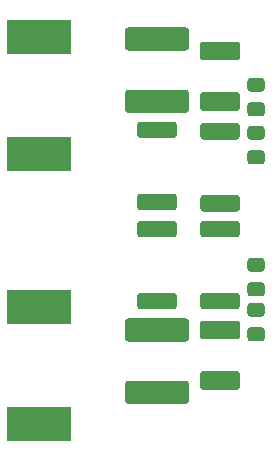
<source format=gbr>
%TF.GenerationSoftware,KiCad,Pcbnew,(5.1.9)-1*%
%TF.CreationDate,2021-11-06T22:46:36-05:00*%
%TF.ProjectId,Discrete_Channel,44697363-7265-4746-955f-4368616e6e65,rev?*%
%TF.SameCoordinates,Original*%
%TF.FileFunction,Paste,Bot*%
%TF.FilePolarity,Positive*%
%FSLAX46Y46*%
G04 Gerber Fmt 4.6, Leading zero omitted, Abs format (unit mm)*
G04 Created by KiCad (PCBNEW (5.1.9)-1) date 2021-11-06 22:46:36*
%MOMM*%
%LPD*%
G01*
G04 APERTURE LIST*
%ADD10R,5.400000X2.900000*%
G04 APERTURE END LIST*
%TO.C,C32*%
G36*
G01*
X183675000Y-85497000D02*
X184625000Y-85497000D01*
G75*
G02*
X184875000Y-85747000I0J-250000D01*
G01*
X184875000Y-86422000D01*
G75*
G02*
X184625000Y-86672000I-250000J0D01*
G01*
X183675000Y-86672000D01*
G75*
G02*
X183425000Y-86422000I0J250000D01*
G01*
X183425000Y-85747000D01*
G75*
G02*
X183675000Y-85497000I250000J0D01*
G01*
G37*
G36*
G01*
X183675000Y-87572000D02*
X184625000Y-87572000D01*
G75*
G02*
X184875000Y-87822000I0J-250000D01*
G01*
X184875000Y-88497000D01*
G75*
G02*
X184625000Y-88747000I-250000J0D01*
G01*
X183675000Y-88747000D01*
G75*
G02*
X183425000Y-88497000I0J250000D01*
G01*
X183425000Y-87822000D01*
G75*
G02*
X183675000Y-87572000I250000J0D01*
G01*
G37*
%TD*%
%TO.C,C33*%
G36*
G01*
X183675000Y-89561000D02*
X184625000Y-89561000D01*
G75*
G02*
X184875000Y-89811000I0J-250000D01*
G01*
X184875000Y-90486000D01*
G75*
G02*
X184625000Y-90736000I-250000J0D01*
G01*
X183675000Y-90736000D01*
G75*
G02*
X183425000Y-90486000I0J250000D01*
G01*
X183425000Y-89811000D01*
G75*
G02*
X183675000Y-89561000I250000J0D01*
G01*
G37*
G36*
G01*
X183675000Y-91636000D02*
X184625000Y-91636000D01*
G75*
G02*
X184875000Y-91886000I0J-250000D01*
G01*
X184875000Y-92561000D01*
G75*
G02*
X184625000Y-92811000I-250000J0D01*
G01*
X183675000Y-92811000D01*
G75*
G02*
X183425000Y-92561000I0J250000D01*
G01*
X183425000Y-91886000D01*
G75*
G02*
X183675000Y-91636000I250000J0D01*
G01*
G37*
%TD*%
%TO.C,C34*%
G36*
G01*
X183675000Y-102812000D02*
X184625000Y-102812000D01*
G75*
G02*
X184875000Y-103062000I0J-250000D01*
G01*
X184875000Y-103737000D01*
G75*
G02*
X184625000Y-103987000I-250000J0D01*
G01*
X183675000Y-103987000D01*
G75*
G02*
X183425000Y-103737000I0J250000D01*
G01*
X183425000Y-103062000D01*
G75*
G02*
X183675000Y-102812000I250000J0D01*
G01*
G37*
G36*
G01*
X183675000Y-100737000D02*
X184625000Y-100737000D01*
G75*
G02*
X184875000Y-100987000I0J-250000D01*
G01*
X184875000Y-101662000D01*
G75*
G02*
X184625000Y-101912000I-250000J0D01*
G01*
X183675000Y-101912000D01*
G75*
G02*
X183425000Y-101662000I0J250000D01*
G01*
X183425000Y-100987000D01*
G75*
G02*
X183675000Y-100737000I250000J0D01*
G01*
G37*
%TD*%
%TO.C,C35*%
G36*
G01*
X183675000Y-104547000D02*
X184625000Y-104547000D01*
G75*
G02*
X184875000Y-104797000I0J-250000D01*
G01*
X184875000Y-105472000D01*
G75*
G02*
X184625000Y-105722000I-250000J0D01*
G01*
X183675000Y-105722000D01*
G75*
G02*
X183425000Y-105472000I0J250000D01*
G01*
X183425000Y-104797000D01*
G75*
G02*
X183675000Y-104547000I250000J0D01*
G01*
G37*
G36*
G01*
X183675000Y-106622000D02*
X184625000Y-106622000D01*
G75*
G02*
X184875000Y-106872000I0J-250000D01*
G01*
X184875000Y-107547000D01*
G75*
G02*
X184625000Y-107797000I-250000J0D01*
G01*
X183675000Y-107797000D01*
G75*
G02*
X183425000Y-107547000I0J250000D01*
G01*
X183425000Y-106872000D01*
G75*
G02*
X183675000Y-106622000I250000J0D01*
G01*
G37*
%TD*%
%TO.C,C38*%
G36*
G01*
X179651999Y-82419000D02*
X182552001Y-82419000D01*
G75*
G02*
X182802000Y-82668999I0J-249999D01*
G01*
X182802000Y-83744001D01*
G75*
G02*
X182552001Y-83994000I-249999J0D01*
G01*
X179651999Y-83994000D01*
G75*
G02*
X179402000Y-83744001I0J249999D01*
G01*
X179402000Y-82668999D01*
G75*
G02*
X179651999Y-82419000I249999J0D01*
G01*
G37*
G36*
G01*
X179651999Y-86694000D02*
X182552001Y-86694000D01*
G75*
G02*
X182802000Y-86943999I0J-249999D01*
G01*
X182802000Y-88019001D01*
G75*
G02*
X182552001Y-88269000I-249999J0D01*
G01*
X179651999Y-88269000D01*
G75*
G02*
X179402000Y-88019001I0J249999D01*
G01*
X179402000Y-86943999D01*
G75*
G02*
X179651999Y-86694000I249999J0D01*
G01*
G37*
%TD*%
%TO.C,C39*%
G36*
G01*
X179651999Y-110316000D02*
X182552001Y-110316000D01*
G75*
G02*
X182802000Y-110565999I0J-249999D01*
G01*
X182802000Y-111641001D01*
G75*
G02*
X182552001Y-111891000I-249999J0D01*
G01*
X179651999Y-111891000D01*
G75*
G02*
X179402000Y-111641001I0J249999D01*
G01*
X179402000Y-110565999D01*
G75*
G02*
X179651999Y-110316000I249999J0D01*
G01*
G37*
G36*
G01*
X179651999Y-106041000D02*
X182552001Y-106041000D01*
G75*
G02*
X182802000Y-106290999I0J-249999D01*
G01*
X182802000Y-107366001D01*
G75*
G02*
X182552001Y-107616000I-249999J0D01*
G01*
X179651999Y-107616000D01*
G75*
G02*
X179402000Y-107366001I0J249999D01*
G01*
X179402000Y-106290999D01*
G75*
G02*
X179651999Y-106041000I249999J0D01*
G01*
G37*
%TD*%
D10*
%TO.C,L3*%
X165735000Y-82045000D03*
X165735000Y-91945000D03*
%TD*%
%TO.C,L5*%
X165735000Y-114805000D03*
X165735000Y-104905000D03*
%TD*%
%TO.C,C36*%
G36*
G01*
X173317998Y-81211000D02*
X178218002Y-81211000D01*
G75*
G02*
X178468000Y-81460998I0J-249998D01*
G01*
X178468000Y-82936002D01*
G75*
G02*
X178218002Y-83186000I-249998J0D01*
G01*
X173317998Y-83186000D01*
G75*
G02*
X173068000Y-82936002I0J249998D01*
G01*
X173068000Y-81460998D01*
G75*
G02*
X173317998Y-81211000I249998J0D01*
G01*
G37*
G36*
G01*
X173317998Y-86486000D02*
X178218002Y-86486000D01*
G75*
G02*
X178468000Y-86735998I0J-249998D01*
G01*
X178468000Y-88211002D01*
G75*
G02*
X178218002Y-88461000I-249998J0D01*
G01*
X173317998Y-88461000D01*
G75*
G02*
X173068000Y-88211002I0J249998D01*
G01*
X173068000Y-86735998D01*
G75*
G02*
X173317998Y-86486000I249998J0D01*
G01*
G37*
%TD*%
%TO.C,C37*%
G36*
G01*
X173317998Y-111124000D02*
X178218002Y-111124000D01*
G75*
G02*
X178468000Y-111373998I0J-249998D01*
G01*
X178468000Y-112849002D01*
G75*
G02*
X178218002Y-113099000I-249998J0D01*
G01*
X173317998Y-113099000D01*
G75*
G02*
X173068000Y-112849002I0J249998D01*
G01*
X173068000Y-111373998D01*
G75*
G02*
X173317998Y-111124000I249998J0D01*
G01*
G37*
G36*
G01*
X173317998Y-105849000D02*
X178218002Y-105849000D01*
G75*
G02*
X178468000Y-106098998I0J-249998D01*
G01*
X178468000Y-107574002D01*
G75*
G02*
X178218002Y-107824000I-249998J0D01*
G01*
X173317998Y-107824000D01*
G75*
G02*
X173068000Y-107574002I0J249998D01*
G01*
X173068000Y-106098998D01*
G75*
G02*
X173317998Y-105849000I249998J0D01*
G01*
G37*
%TD*%
%TO.C,R13*%
G36*
G01*
X174342999Y-95298000D02*
X177193001Y-95298000D01*
G75*
G02*
X177443000Y-95547999I0J-249999D01*
G01*
X177443000Y-96448001D01*
G75*
G02*
X177193001Y-96698000I-249999J0D01*
G01*
X174342999Y-96698000D01*
G75*
G02*
X174093000Y-96448001I0J249999D01*
G01*
X174093000Y-95547999D01*
G75*
G02*
X174342999Y-95298000I249999J0D01*
G01*
G37*
G36*
G01*
X174342999Y-89198000D02*
X177193001Y-89198000D01*
G75*
G02*
X177443000Y-89447999I0J-249999D01*
G01*
X177443000Y-90348001D01*
G75*
G02*
X177193001Y-90598000I-249999J0D01*
G01*
X174342999Y-90598000D01*
G75*
G02*
X174093000Y-90348001I0J249999D01*
G01*
X174093000Y-89447999D01*
G75*
G02*
X174342999Y-89198000I249999J0D01*
G01*
G37*
%TD*%
%TO.C,R14*%
G36*
G01*
X174342999Y-97596000D02*
X177193001Y-97596000D01*
G75*
G02*
X177443000Y-97845999I0J-249999D01*
G01*
X177443000Y-98746001D01*
G75*
G02*
X177193001Y-98996000I-249999J0D01*
G01*
X174342999Y-98996000D01*
G75*
G02*
X174093000Y-98746001I0J249999D01*
G01*
X174093000Y-97845999D01*
G75*
G02*
X174342999Y-97596000I249999J0D01*
G01*
G37*
G36*
G01*
X174342999Y-103696000D02*
X177193001Y-103696000D01*
G75*
G02*
X177443000Y-103945999I0J-249999D01*
G01*
X177443000Y-104846001D01*
G75*
G02*
X177193001Y-105096000I-249999J0D01*
G01*
X174342999Y-105096000D01*
G75*
G02*
X174093000Y-104846001I0J249999D01*
G01*
X174093000Y-103945999D01*
G75*
G02*
X174342999Y-103696000I249999J0D01*
G01*
G37*
%TD*%
%TO.C,R15*%
G36*
G01*
X182527001Y-96825000D02*
X179676999Y-96825000D01*
G75*
G02*
X179427000Y-96575001I0J249999D01*
G01*
X179427000Y-95674999D01*
G75*
G02*
X179676999Y-95425000I249999J0D01*
G01*
X182527001Y-95425000D01*
G75*
G02*
X182777000Y-95674999I0J-249999D01*
G01*
X182777000Y-96575001D01*
G75*
G02*
X182527001Y-96825000I-249999J0D01*
G01*
G37*
G36*
G01*
X182527001Y-90725000D02*
X179676999Y-90725000D01*
G75*
G02*
X179427000Y-90475001I0J249999D01*
G01*
X179427000Y-89574999D01*
G75*
G02*
X179676999Y-89325000I249999J0D01*
G01*
X182527001Y-89325000D01*
G75*
G02*
X182777000Y-89574999I0J-249999D01*
G01*
X182777000Y-90475001D01*
G75*
G02*
X182527001Y-90725000I-249999J0D01*
G01*
G37*
%TD*%
%TO.C,R16*%
G36*
G01*
X182527001Y-98998000D02*
X179676999Y-98998000D01*
G75*
G02*
X179427000Y-98748001I0J249999D01*
G01*
X179427000Y-97847999D01*
G75*
G02*
X179676999Y-97598000I249999J0D01*
G01*
X182527001Y-97598000D01*
G75*
G02*
X182777000Y-97847999I0J-249999D01*
G01*
X182777000Y-98748001D01*
G75*
G02*
X182527001Y-98998000I-249999J0D01*
G01*
G37*
G36*
G01*
X182527001Y-105098000D02*
X179676999Y-105098000D01*
G75*
G02*
X179427000Y-104848001I0J249999D01*
G01*
X179427000Y-103947999D01*
G75*
G02*
X179676999Y-103698000I249999J0D01*
G01*
X182527001Y-103698000D01*
G75*
G02*
X182777000Y-103947999I0J-249999D01*
G01*
X182777000Y-104848001D01*
G75*
G02*
X182527001Y-105098000I-249999J0D01*
G01*
G37*
%TD*%
M02*

</source>
